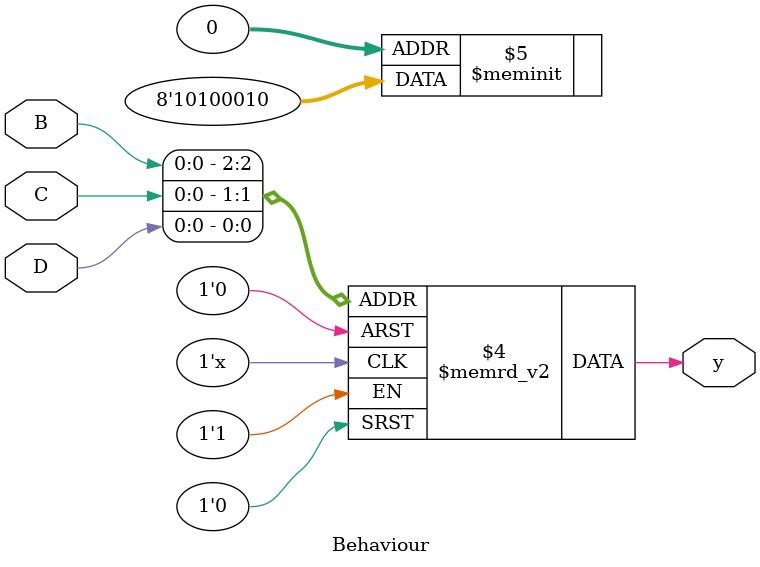
<source format=v>
`timescale 1ns / 1ps
module Behaviour( B,C,D,y);
	 input B,C,D;
	 output y;
	 reg y;
	 always@(B or C or D)
	 case({B,C,D})
	 3'b000:y=0;
	 3'b001:y=1;
	 3'b010:y=0;
	 3'b011:y=0;
	 3'b100:y=0;
	 3'b101:y=1;
	 3'b110:y=0;
	 3'b111:y=1;
	 endcase


endmodule

</source>
